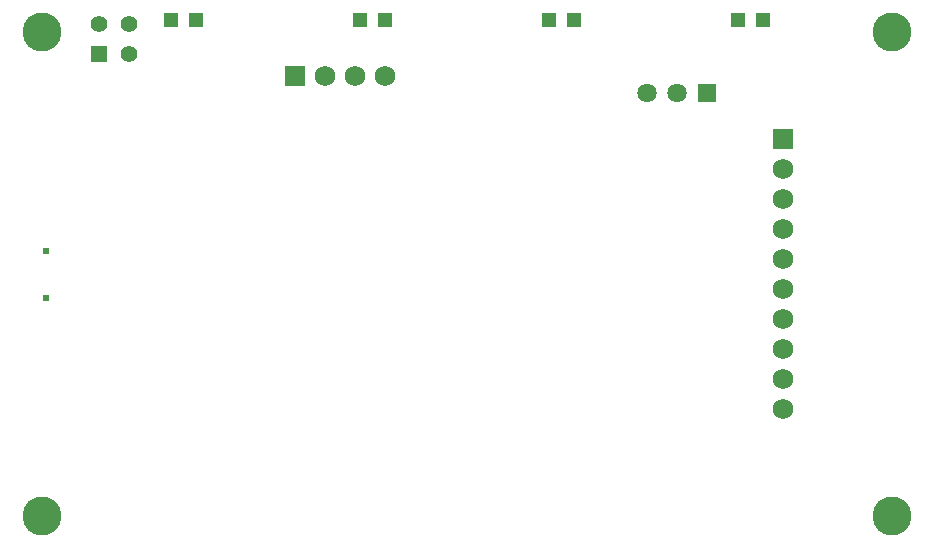
<source format=gbs>
G75*
%MOIN*%
%OFA0B0*%
%FSLAX25Y25*%
%IPPOS*%
%LPD*%
%AMOC8*
5,1,8,0,0,1.08239X$1,22.5*
%
%ADD10R,0.05124X0.05124*%
%ADD11R,0.05550X0.05550*%
%ADD12C,0.05550*%
%ADD13C,0.12998*%
%ADD14R,0.06825X0.06825*%
%ADD15C,0.06825*%
%ADD16C,0.02369*%
%ADD17R,0.06837X0.06837*%
%ADD18C,0.06837*%
%ADD19R,0.06424X0.06424*%
%ADD20C,0.06424*%
D10*
X0113039Y0235814D03*
X0121307Y0235814D03*
X0176031Y0235814D03*
X0184299Y0235814D03*
X0239024Y0235814D03*
X0247291Y0235814D03*
X0302016Y0235814D03*
X0310283Y0235814D03*
D11*
X0089181Y0224711D03*
D12*
X0099181Y0224711D03*
X0099181Y0234711D03*
X0089181Y0234711D03*
D13*
X0069929Y0070459D03*
X0069929Y0231877D03*
X0353394Y0231877D03*
X0353394Y0070459D03*
D14*
X0154281Y0217261D03*
D15*
X0164281Y0217261D03*
X0174281Y0217261D03*
X0184281Y0217261D03*
D16*
X0071221Y0159042D03*
X0071221Y0143294D03*
D17*
X0317134Y0196168D03*
D18*
X0317134Y0186168D03*
X0317134Y0176168D03*
X0317134Y0166168D03*
X0317134Y0156168D03*
X0317134Y0146168D03*
X0317134Y0136168D03*
X0317134Y0126168D03*
X0317134Y0116168D03*
X0317134Y0106168D03*
D19*
X0291831Y0211511D03*
D20*
X0281831Y0211511D03*
X0271831Y0211511D03*
M02*

</source>
